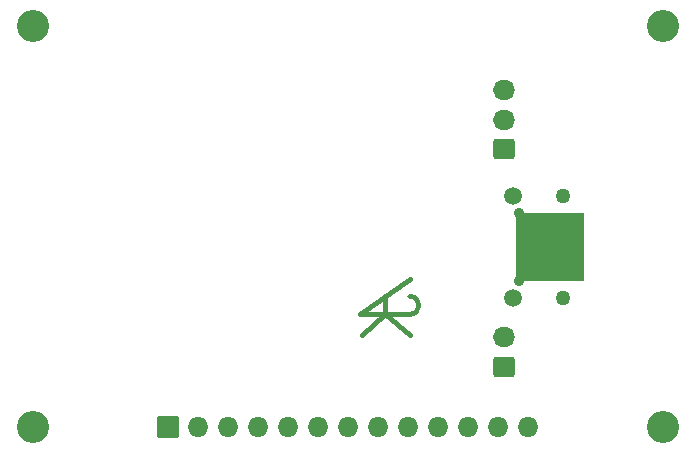
<source format=gbr>
%TF.GenerationSoftware,KiCad,Pcbnew,(6.0.2-0)*%
%TF.CreationDate,2022-03-18T09:55:37+00:00*%
%TF.ProjectId,Epaper213,45706170-6572-4323-9133-2e6b69636164,1*%
%TF.SameCoordinates,Original*%
%TF.FileFunction,Soldermask,Bot*%
%TF.FilePolarity,Negative*%
%FSLAX46Y46*%
G04 Gerber Fmt 4.6, Leading zero omitted, Abs format (unit mm)*
G04 Created by KiCad (PCBNEW (6.0.2-0)) date 2022-03-18 09:55:37*
%MOMM*%
%LPD*%
G01*
G04 APERTURE LIST*
G04 Aperture macros list*
%AMRoundRect*
0 Rectangle with rounded corners*
0 $1 Rounding radius*
0 $2 $3 $4 $5 $6 $7 $8 $9 X,Y pos of 4 corners*
0 Add a 4 corners polygon primitive as box body*
4,1,4,$2,$3,$4,$5,$6,$7,$8,$9,$2,$3,0*
0 Add four circle primitives for the rounded corners*
1,1,$1+$1,$2,$3*
1,1,$1+$1,$4,$5*
1,1,$1+$1,$6,$7*
1,1,$1+$1,$8,$9*
0 Add four rect primitives between the rounded corners*
20,1,$1+$1,$2,$3,$4,$5,0*
20,1,$1+$1,$4,$5,$6,$7,0*
20,1,$1+$1,$6,$7,$8,$9,0*
20,1,$1+$1,$8,$9,$2,$3,0*%
G04 Aperture macros list end*
%ADD10C,0.450000*%
%ADD11C,2.720000*%
%ADD12C,0.870000*%
%ADD13C,1.270000*%
%ADD14C,1.520000*%
%ADD15RoundRect,0.260000X0.675000X-0.600000X0.675000X0.600000X-0.675000X0.600000X-0.675000X-0.600000X0*%
%ADD16O,1.870000X1.720000*%
%ADD17RoundRect,0.010000X0.850000X-0.850000X0.850000X0.850000X-0.850000X0.850000X-0.850000X-0.850000X0*%
%ADD18O,1.720000X1.720000*%
G04 APERTURE END LIST*
D10*
%TO.C,Logo2*%
X154311000Y-92040000D02*
X156411000Y-93840000D01*
X152211000Y-92040000D02*
X156411000Y-89040000D01*
X152211000Y-92040000D02*
X156411000Y-92040000D01*
X152311000Y-93840000D02*
X154311000Y-92040000D01*
X154311000Y-92040000D02*
X154311000Y-90540000D01*
X156411000Y-92040000D02*
G75*
G03*
X156411000Y-90540000I0J750000D01*
G01*
%TO.C,U4*%
G36*
X171175000Y-89260000D02*
G01*
X165375000Y-89260000D01*
X165375000Y-83460000D01*
X171175000Y-83460000D01*
X171175000Y-89260000D01*
G37*
%TD*%
D11*
%TO.C,H2*%
X124460000Y-67680000D03*
%TD*%
D12*
%TO.C,J1*%
X165660000Y-83470000D03*
D13*
X169340000Y-90680000D03*
D14*
X165170000Y-90680000D03*
D12*
X165660000Y-89250000D03*
D13*
X169340000Y-82040000D03*
D14*
X165170000Y-82040000D03*
%TD*%
D11*
%TO.C,H4*%
X177800000Y-101600000D03*
%TD*%
%TO.C,H3*%
X124460000Y-101600000D03*
%TD*%
D15*
%TO.C,J3*%
X164355000Y-78065000D03*
D16*
X164355000Y-75565000D03*
X164355000Y-73065000D03*
%TD*%
D15*
%TO.C,J2*%
X164355000Y-96500000D03*
D16*
X164355000Y-94000000D03*
%TD*%
D11*
%TO.C,H1*%
X177800000Y-67680000D03*
%TD*%
D17*
%TO.C,M1*%
X135890000Y-101600000D03*
D18*
X138430000Y-101600000D03*
X140970000Y-101600000D03*
X143510000Y-101600000D03*
X146050000Y-101600000D03*
X148590000Y-101600000D03*
X151130000Y-101600000D03*
X153670000Y-101600000D03*
X156210000Y-101600000D03*
X158750000Y-101600000D03*
X161290000Y-101600000D03*
X163830000Y-101600000D03*
X166370000Y-101600000D03*
%TD*%
M02*

</source>
